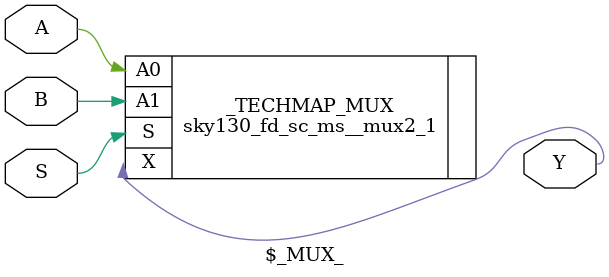
<source format=v>
module \$_MUX_ (
    output Y,
    input A,
    input B,
    input S
    );
  sky130_fd_sc_ms__mux2_1 _TECHMAP_MUX (
      .X(Y),
      .A0(A),
      .A1(B),
      .S(S)
  );
endmodule

</source>
